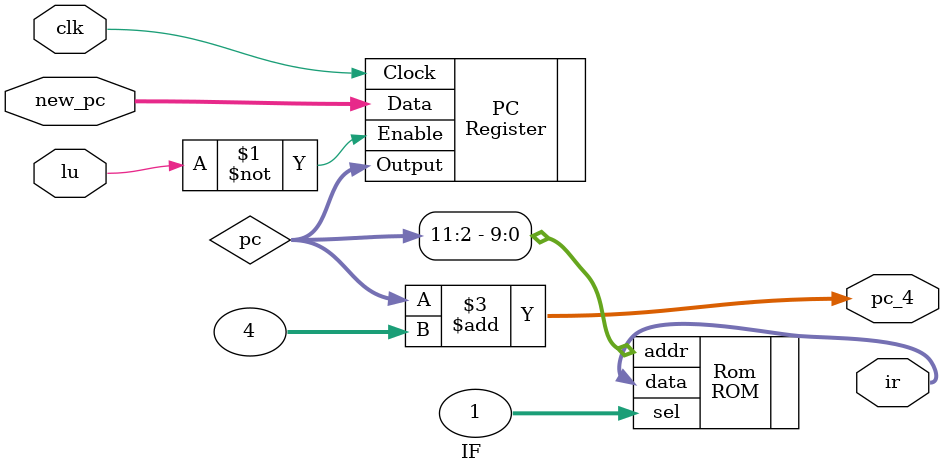
<source format=v>
`timescale 1ns / 1ps


module IF(
    input lu,
    input clk,
    input [31:0] new_pc,
    output [31:0] pc_4,
    output [31:0] ir
    );
    wire [31:0] pc;
    Register PC (.Data(new_pc), .Enable(~lu), .Clock(clk), .Output(pc));
    ROM Rom (.addr(pc[11:2]), .sel(1), .data(ir));
    assign pc_4 = pc + 4;
endmodule

</source>
